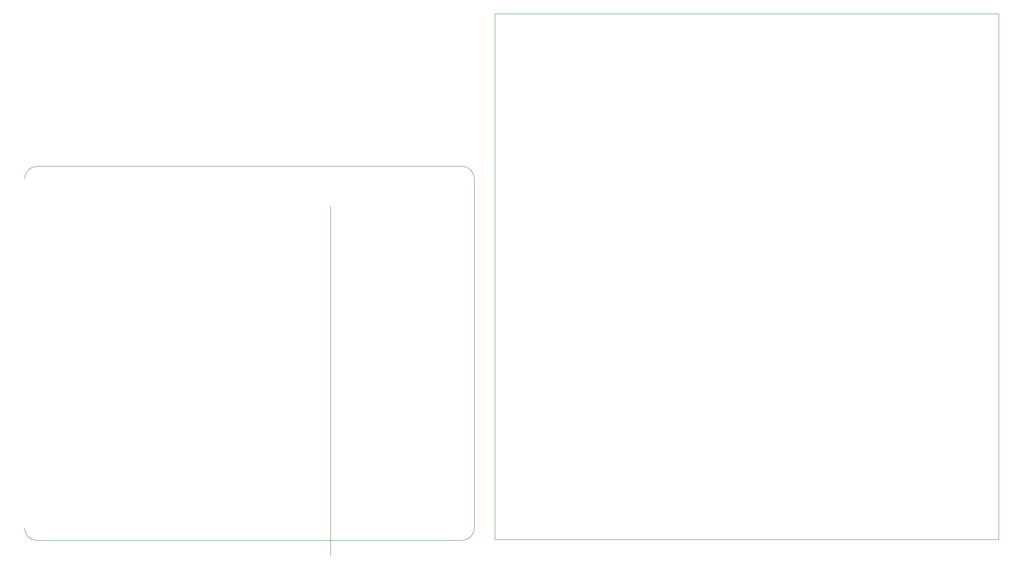
<source format=gbr>
%TF.GenerationSoftware,KiCad,Pcbnew,9.0.0*%
%TF.CreationDate,2025-05-09T16:36:09-07:00*%
%TF.ProjectId,Motor_Controller_Board_v1,4d6f746f-725f-4436-9f6e-74726f6c6c65,v1*%
%TF.SameCoordinates,Original*%
%TF.FileFunction,Profile,NP*%
%FSLAX46Y46*%
G04 Gerber Fmt 4.6, Leading zero omitted, Abs format (unit mm)*
G04 Created by KiCad (PCBNEW 9.0.0) date 2025-05-09 16:36:09*
%MOMM*%
%LPD*%
G01*
G04 APERTURE LIST*
%TA.AperFunction,Profile*%
%ADD10C,0.050000*%
%TD*%
G04 APERTURE END LIST*
D10*
X45980000Y-72000000D02*
G75*
G02*
X48480000Y-69500000I2500000J0D01*
G01*
X132480000Y-69500000D02*
G75*
G02*
X134980000Y-72000000I0J-2500000D01*
G01*
X48480000Y-143500000D02*
X132480000Y-143500000D01*
X106470000Y-77430000D02*
X106470000Y-146430000D01*
X134980000Y-141000000D02*
X134980000Y-72000000D01*
X132480000Y-69500000D02*
X48480000Y-69500000D01*
X134980000Y-141000000D02*
G75*
G02*
X132480000Y-143500000I-2500000J0D01*
G01*
X48480000Y-143500000D02*
G75*
G02*
X45980000Y-141000000I0J2500000D01*
G01*
X139009351Y-39319228D02*
X238669351Y-39319228D01*
X238669351Y-143266728D01*
X139009351Y-143266728D01*
X139009351Y-39319228D01*
M02*

</source>
